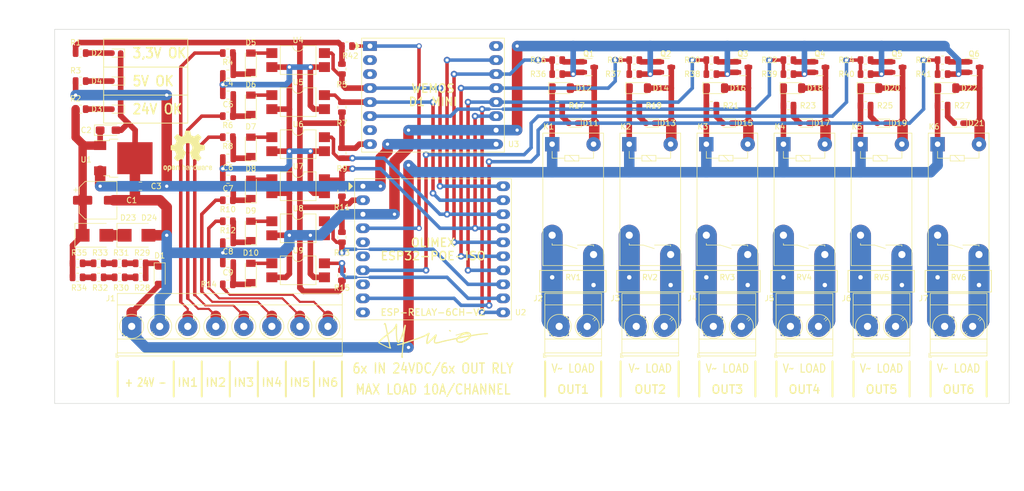
<source format=kicad_pcb>
(kicad_pcb (version 20211014) (generator pcbnew)
  (title_block (title "ESP 6 Relay Module"))
  (layers (0 "F.Cu" signal) (31 "B.Cu" signal) (34 "B.Paste" user) (35 "F.Paste" user) (36 "B.SilkS" user "B.Silkscreen") (37 "F.SilkS" user "F.Silkscreen") (38 "B.Mask" user) (39 "F.Mask" user) (44 "Edge.Cuts" user))
  (net 0 "")
  (net 1 "GNDREF")
  (net 2 "+24V")
  (net 3 "+5V")
  (net 4 "IN1")
  (net 5 "IN2")
  (net 6 "IN3")
  (net 7 "IN4")
  (net 8 "IN5")
  (net 9 "IN6")
  (net 10 "Net-(D2-Pad2)")
  (net 11 "Net-(D3-Pad2)")
  (net 12 "Net-(D4-Pad2)")
  (net 13 "Net-(J2-Pad2)")
  (net 14 "Net-(J2-Pad1)")
  (net 15 "+3V3")
  (net 16 "OUT1")
  (net 17 "OUT2")
  (net 18 "OUT3")
  (net 19 "OUT4")
  (net 20 "OUT5")
  (net 21 "OUT6")
  (net 22 "Net-(D17-Pad2)")
  (net 23 "Net-(D19-Pad2)")
  (net 24 "Net-(D21-Pad2)")
  (net 25 "Net-(Q1-Pad1)")
  (net 26 "Net-(Q2-Pad1)")
  (net 27 "Net-(Q3-Pad1)")
  (net 28 "Net-(Q4-Pad1)")
  (net 29 "Net-(Q5-Pad1)")
  (net 30 "Net-(Q6-Pad1)")
  (net 31 "Net-(C4-Pad1)")
  (net 32 "Net-(C5-Pad1)")
  (net 33 "Net-(C6-Pad1)")
  (net 34 "Net-(C7-Pad1)")
  (net 35 "Net-(C8-Pad1)")
  (net 36 "Net-(C9-Pad1)")
  (net 37 "Net-(D5-Pad2)")
  (net 38 "Net-(D6-Pad2)")
  (net 39 "Net-(D7-Pad2)")
  (net 40 "Net-(D8-Pad2)")
  (net 41 "Net-(D9-Pad2)")
  (net 42 "Net-(D10-Pad2)")
  (net 43 "Net-(D11-Pad2)")
  (net 44 "Net-(D13-Pad2)")
  (net 45 "Net-(D15-Pad2)")
  (net 46 "Net-(D11-Pad1)")
  (net 47 "Net-(D13-Pad1)")
  (net 48 "Net-(D15-Pad1)")
  (net 49 "Net-(D17-Pad1)")
  (net 50 "Net-(D19-Pad1)")
  (net 51 "Net-(D21-Pad1)")
  (net 52 "Net-(J3-Pad2)")
  (net 53 "Net-(J3-Pad1)")
  (net 54 "Net-(J4-Pad2)")
  (net 55 "Net-(J4-Pad1)")
  (net 56 "Net-(J5-Pad1)")
  (net 57 "Net-(J5-Pad2)")
  (net 58 "Net-(J6-Pad2)")
  (net 59 "Net-(J6-Pad1)")
  (net 60 "Net-(J7-Pad1)")
  (net 61 "Net-(J7-Pad2)")
  (net 62 "Net-(J1-Pad3)")
  (net 63 "Net-(J1-Pad4)")
  (net 64 "+VReg")
  (net 65 "Net-(D1-Pad1)")
  (net 66 "Net-(D23-Pad2)")
  (net 67 "Net-(R28-Pad2)")
  (net 68 "Net-(R29-Pad2)")
  (net 69 "Net-(R30-Pad2)")
  (net 70 "Net-(R31-Pad2)")
  (net 71 "Net-(R32-Pad2)")
  (net 72 "Net-(R33-Pad2)")
  (net 73 "Net-(R42-Pad2)")
  (net 82 "Net-(J1-Pad5)")
  (net 83 "Net-(J1-Pad6)")
  (net 84 "Net-(J1-Pad7)")
  (net 85 "Net-(J1-Pad8)")
  (footprint "Tales:TerminalBlock_Phoenix_MKDS-3-8-5.08_1x08_P5.08mm_Horizontal" (layer "F.Cu") (at 78.74 118.11)
    (fp_text reference "J1")
    (fp_text value "POWER & INPUTS")
  )
  (footprint "Tales:TerminalBlock_Phoenix_MKDS-3-2-5.08_1x02_P5.08mm_Horizontal" (layer "F.Cu") (at 156.21 118.11)
    (fp_text reference "J2")
    (fp_text value "OUT1")
  )
  (footprint "Tales:Relay_SPST_Omron-G5PZ-1A" (layer "F.Cu") (at 154.94 85.09 -90)
    (fp_text reference "K1")
    (fp_text value "G5PZ-1A")
  )
  (footprint "Tales:WEMOS_D1_mini_light_pads" (layer "F.Cu") (at 121.92 67.31)
    (fp_text reference "U3")
    (fp_text value "WeMos_D1_mini")
  )
  (footprint "Tales:RV_Disc_D12mm_W3.9mm_P7.5mm" (layer "F.Cu") (at 154.94 109.22)
    (fp_text reference "RV1")
    (fp_text value "250VAC")
  )
  (footprint "Tales:TerminalBlock_Phoenix_MKDS-3-2-5.08_1x02_P5.08mm_Horizontal" (layer "F.Cu") (at 170.18 118.11)
    (fp_text reference "J3")
    (fp_text value "OUT1")
  )
  (footprint "Tales:TerminalBlock_Phoenix_MKDS-3-2-5.08_1x02_P5.08mm_Horizontal" (layer "F.Cu") (at 184.15 118.11)
    (fp_text reference "J4")
    (fp_text value "OUT1")
  )
  (footprint "Tales:TerminalBlock_Phoenix_MKDS-3-2-5.08_1x02_P5.08mm_Horizontal" (layer "F.Cu") (at 198.12 118.11)
    (fp_text reference "J5")
    (fp_text value "OUT1")
  )
  (footprint "Tales:TerminalBlock_Phoenix_MKDS-3-2-5.08_1x02_P5.08mm_Horizontal" (layer "F.Cu") (at 212.09 118.11)
    (fp_text reference "J6")
    (fp_text value "OUT1")
  )
  (footprint "Tales:TerminalBlock_Phoenix_MKDS-3-2-5.08_1x02_P5.08mm_Horizontal" (layer "F.Cu") (at 226.06 118.11)
    (fp_text reference "J7")
    (fp_text value "OUT1")
  )
  (footprint "Tales:Relay_SPST_Omron-G5PZ-1A" (layer "F.Cu") (at 168.91 85.09 -90)
    (fp_text reference "K2")
    (fp_text value "G5PZ-1A")
  )
  (footprint "Tales:Relay_SPST_Omron-G5PZ-1A" (layer "F.Cu") (at 182.88 85.09 -90)
    (fp_text reference "K3")
    (fp_text value "G5PZ-1A")
  )
  (footprint "Tales:Relay_SPST_Omron-G5PZ-1A" (layer "F.Cu") (at 196.85 85.09 -90)
    (fp_text reference "K4")
    (fp_text value "G5PZ-1A")
  )
  (footprint "Tales:Relay_SPST_Omron-G5PZ-1A" (layer "F.Cu") (at 210.82 85.09 -90)
    (fp_text reference "K5")
    (fp_text value "G5PZ-1A")
  )
  (footprint "Tales:Relay_SPST_Omron-G5PZ-1A" (layer "F.Cu") (at 224.79 85.09 -90)
    (fp_text reference "K6")
    (fp_text value "G5PZ-1A")
  )
  (footprint "Tales:RV_Disc_D12mm_W3.9mm_P7.5mm" (layer "F.Cu") (at 168.91 109.22)
    (fp_text reference "RV2")
    (fp_text value "250VAC")
  )
  (footprint "Tales:RV_Disc_D12mm_W3.9mm_P7.5mm" (layer "F.Cu") (at 182.88 109.22)
    (fp_text reference "RV3")
    (fp_text value "250VAC")
  )
  (footprint "Tales:RV_Disc_D12mm_W3.9mm_P7.5mm" (layer "F.Cu") (at 196.85 109.22)
    (fp_text reference "RV4")
    (fp_text value "250VAC")
  )
  (footprint "Tales:RV_Disc_D12mm_W3.9mm_P7.5mm" (layer "F.Cu") (at 210.82 109.22)
    (fp_text reference "RV5")
    (fp_text value "250VAC")
  )
  (footprint "Tales:RV_Disc_D12mm_W3.9mm_P7.5mm" (layer "F.Cu") (at 224.79 109.22)
    (fp_text reference "RV6")
    (fp_text value "250VAC")
  )
  (footprint "Tales:D_SOD-123" (layer "F.Cu") (at 156.59 74.93)
    (fp_text reference "D12")
    (fp_text value "1N4148/SOD-123")
  )
  (footprint "Tales:TO-252-2" (layer "F.Cu") (at 77.225 87.63)
    (fp_text reference "U1")
    (fp_text value "L78M05/TO-252-2")
  )
  (footprint "Tales:Olimex_ESP32-POE_Pads" (layer "F.Cu") (at 120.65 92.71)
    (fp_text reference "U2")
    (fp_text value "Olimex_ESP32-POE")
  )
  (footprint "Tales:R_0805_2012Metric" (layer "F.Cu") (at 69.4925 68.58)
    (fp_text reference "R1")
    (fp_text value "270R/0,125W/0805")
  )
  (footprint "Tales:R_0805_2012Metric" (layer "F.Cu") (at 69.4925 78.74)
    (fp_text reference "R2")
    (fp_text value "3k9/0,125W/0805")
  )
  (footprint "Tales:R_0805_2012Metric" (layer "F.Cu") (at 69.4925 73.66)
    (fp_text reference "R3")
    (fp_text value "680R/0,125W/0805")
  )
  (footprint "Tales:R_0805_2012Metric" (layer "F.Cu") (at 96.1625 68.58 180)
    (fp_text reference "R4")
    (fp_text value "1k2/0,125W/0805")
  )
  (footprint "Tales:R_0805_2012Metric" (layer "F.Cu") (at 116.84 71.4775 -90)
    (fp_text reference "R5")
    (fp_text value "3k3/0,125W/0805")
  )
  (footprint "Tales:R_0805_2012Metric" (layer "F.Cu") (at 116.84 78.3825 90)
    (fp_text reference "R7")
    (fp_text value "3k3/0,125W/0805")
  )
  (footprint "Tales:R_0805_2012Metric" (layer "F.Cu") (at 96.1625 80.01 180)
    (fp_text reference "R6")
    (fp_text value "1k2/0,125W/0805")
  )
  (footprint "Tales:R_0805_2012Metric" (layer "F.Cu") (at 96.1625 83.82 180)
    (fp_text reference "R8")
    (fp_text value "1k2/0,125W/0805")
  )
  (footprint "Tales:R_0805_2012Metric" (layer "F.Cu") (at 116.84 86.7175 -90)
    (fp_text reference "R9")
    (fp_text value "3k3/0,125W/0805")
  )
  (footprint "Tales:R_0805_2012Metric" (layer "F.Cu") (at 96.1625 95.25 180)
    (fp_text reference "R10")
    (fp_text value "1k2/0,125W/0805")
  )
  (footprint "Tales:R_0805_2012Metric" (layer "F.Cu") (at 116.84 93.6225 90)
    (fp_text reference "R11")
    (fp_text value "3k3/0,125W/0805")
  )
  (footprint "Tales:R_0805_2012Metric" (layer "F.Cu") (at 96.1625 99.06 180)
    (fp_text reference "R12")
    (fp_text value "1k2/0,125W/0805")
  )
  (footprint "Tales:R_0805_2012Metric" (layer "F.Cu") (at 116.84 101.9575 -90)
    (fp_text reference "R13")
    (fp_text value "3k3/0,125W/0805")
  )
  (footprint "Tales:R_0805_2012Metric" (layer "F.Cu") (at 96.1625 110.49 180)
    (fp_text reference "R14")
    (fp_text value "1k2/0,125W/0805")
  )
  (footprint "Tales:R_0805_2012Metric" (layer "F.Cu") (at 116.84 108.8625 90)
    (fp_text reference "R15")
    (fp_text value "3k3/0,125W/0805")
  )
  (footprint "Tales:C_0805_2012Metric" (layer "F.Cu") (at 96.2 72.39 180)
    (fp_text reference "C4")
    (fp_text value "33nF/50V/0805")
  )
  (footprint "Tales:C_0805_2012Metric" (layer "F.Cu") (at 96.2 76.2 180)
    (fp_text reference "C5")
    (fp_text value "33nF/50V/0805")
  )
  (footprint "Tales:C_0805_2012Metric" (layer "F.Cu") (at 96.2 87.63 180)
    (fp_text reference "C6")
    (fp_text value "33nF/50V/0805")
  )
  (footprint "Tales:C_0805_2012Metric" (layer "F.Cu") (at 96.2 91.44 180)
    (fp_text reference "C7")
    (fp_text value "33nF/50V/0805")
  )
  (footprint "Tales:C_0805_2012Metric" (layer "F.Cu") (at 96.2 102.87 180)
    (fp_text reference "C8")
    (fp_text value "33nF/50V/0805")
  )
  (footprint "Tales:C_0805_2012Metric" (layer "F.Cu") (at 96.2 106.68 180)
    (fp_text reference "C9")
    (fp_text value "33nF/50V/0805")
  )
  (footprint "Tales:LED_0603_1608Metric" (layer "F.Cu") (at 75.955 68.58 180)
    (fp_text reference "D2")
    (fp_text value "GREEN/0603")
  )
  (footprint "Tales:LED_0603_1608Metric" (layer "F.Cu") (at 75.955 78.74 180)
    (fp_text reference "D3")
    (fp_text value "GREEN/0603")
  )
  (footprint "Tales:LED_0603_1608Metric" (layer "F.Cu") (at 75.955 73.66 180)
    (fp_text reference "D4")
    (fp_text value "GREEN/0603")
  )
  (footprint "Tales:LED_0603_1608Metric" (layer "F.Cu") (at 158.75 81.28 180)
    (fp_text reference "D11")
    (fp_text value "BLUE/0603")
  )
  (footprint "Tales:LED_0603_1608Metric" (layer "F.Cu") (at 172.72 81.28 180)
    (fp_text reference "D13")
    (fp_text value "BLUE/0603")
  )
  (footprint "Tales:D_SOD-123" (layer "F.Cu") (at 170.56 74.93)
    (fp_text reference "D14")
    (fp_text value "1N4148/SOD-123")
  )
  (footprint "Tales:LED_0603_1608Metric" (layer "F.Cu") (at 186.69 81.28 180)
    (fp_text reference "D15")
    (fp_text value "BLUE/0603")
  )
  (footprint "Tales:D_SOD-123" (layer "F.Cu") (at 184.53 74.93)
    (fp_text reference "D16")
    (fp_text value "1N4148/SOD-123")
  )
  (footprint "Tales:LED_0603_1608Metric" (layer "F.Cu") (at 200.66 81.28 180)
    (fp_text reference "D17")
    (fp_text value "BLUE/0603")
  )
  (footprint "Tales:D_SOD-123" (layer "F.Cu") (at 198.5 74.93)
    (fp_text reference "D18")
    (fp_text value "1N4148/SOD-123")
  )
  (footprint "Tales:LED_0603_1608Metric" (layer "F.Cu") (at 214.63 81.28 180)
    (fp_text reference "D19")
    (fp_text value "BLUE/0603")
  )
  (footprint "Tales:D_SOD-123" (layer "F.Cu") (at 212.47 74.93)
    (fp_text reference "D20")
    (fp_text value "1N4148/SOD-123")
  )
  (footprint "Tales:LED_0603_1608Metric" (layer "F.Cu") (at 228.6 81.28 180)
    (fp_text reference "D21")
    (fp_text value "BLUE/0603")
  )
  (footprint "Tales:D_SOD-123" (layer "F.Cu") (at 226.44 74.93)
    (fp_text reference "D22")
    (fp_text value "1N4148/SOD-123")
  )
  (footprint "Tales:R_0805_2012Metric" (layer "F.Cu") (at 169.8225 78.105)
    (fp_text reference "R19")
    (fp_text value "4k7/0,125W/0805")
  )
  (footprint "Tales:R_0805_2012Metric" (layer "F.Cu") (at 183.7925 78.105)
    (fp_text reference "R21")
    (fp_text value "4k7/0,125W/0805")
  )
  (footprint "Tales:R_0805_2012Metric" (layer "F.Cu") (at 197.7625 78.105)
    (fp_text reference "R23")
    (fp_text value "4k7/0,125W/0805")
  )
  (footprint "Tales:R_0805_2012Metric" (layer "F.Cu") (at 211.7325 78.105)
    (fp_text reference "R25")
    (fp_text value "4k7/0,125W/0805")
  )
  (footprint "Tales:R_0805_2012Metric" (layer "F.Cu") (at 225.7025 78.105)
    (fp_text reference "R27")
    (fp_text value "4k7/0,125W/0805")
  )
  (footprint "Tales:R_0805_2012Metric" (layer "F.Cu") (at 155.8525 69.85 180)
    (fp_text reference "R16")
    (fp_text value "1k/0,125W/0805")
  )
  (footprint "Tales:R_0805_2012Metric" (layer "F.Cu") (at 169.8225 69.85 180)
    (fp_text reference "R18")
    (fp_text value "1k/0,125W/0805")
  )
  (footprint "Tales:R_0805_2012Metric" (layer "F.Cu") (at 183.7925 69.85 180)
    (fp_text reference "R20")
    (fp_text value "1k/0,125W/0805")
  )
  (footprint "Tales:R_0805_2012Metric" (layer "F.Cu") (at 197.7625 69.85 180)
    (fp_text reference "R22")
    (fp_text value "1k/0,125W/0805")
  )
  (footprint "Tales:R_0805_2012Metric" (layer "F.Cu") (at 211.7325 69.85 180)
    (fp_text reference "R24")
    (fp_text value "1k/0,125W/0805")
  )
  (footprint "Tales:R_0805_2012Metric" (layer "F.Cu") (at 225.7025 69.85 180)
    (fp_text reference "R26")
    (fp_text value "1k/0,125W/0805")
  )
  (footprint "Tales:R_0805_2012Metric" (layer "F.Cu") (at 155.8525 78.105)
    (fp_text reference "R17")
    (fp_text value "4k7/0,125W/0805")
  )
  (footprint "Tales:D_SOD-123" (layer "F.Cu") (at 83.82 108.84 -90)
    (fp_text reference "D1")
    (fp_text value "SM4007PL/SOD-123")
  )
  (footprint "Tales:SOT-23" (layer "F.Cu") (at 203.47 71.12)
    (fp_text reference "Q4")
    (fp_text value "MMBT2222A/SOT-23-3")
  )
  (footprint "Tales:SMDIP-4_W9.53mm" (layer "F.Cu") (at 108.905 100.33)
    (fp_text reference "U8")
    (fp_text value "LTV-817S")
  )
  (footprint "Tales:SMDIP-4_W9.53mm" (layer "F.Cu") (at 108.905 77.47)
    (fp_text reference "U5")
    (fp_text value "LTV-817S")
  )
  (footprint "Tales:D_MiniMELF" (layer "F.Cu") (at 100.33 108.43 90)
    (fp_text reference "D10")
    (fp_text value "9V1/500mW")
  )
  (footprint "Tales:R_0805_2012Metric" (layer "F.Cu") (at 76.5575 109.22 180)
    (fp_text reference "R30")
    (fp_text value "56R/0,125W/0805")
  )
  (footprint "Tales:R_0805_2012Metric" (layer "F.Cu") (at 183.7925 72.39)
    (fp_text reference "R38")
    (fp_text value "10k/0,125W/0805")
  )
  (footprint "Tales:R_0805_2012Metric" (layer "F.Cu") (at 72.7475 109.22 180)
    (fp_text reference "R32")
    (fp_text value "56R/0,125W/0805")
  )
  (footprint "Tales:SMDIP-4_W9.53mm" (layer "F.Cu") (at 108.905 69.85)
    (fp_text reference "U4")
    (fp_text value "LTV-817S")
  )
  (footprint "Tales:SMDIP-4_W9.53mm" (layer "F.Cu") (at 108.905 85.09)
    (fp_text reference "U6")
    (fp_text value "LTV-817S")
  )
  (footprint "Tales:C_0805_2012Metric" (layer "F.Cu") (at 80.33 92.71 180)
    (fp_text reference "C3")
    (fp_text value "0,1uF/50V/0805")
  )
  (footprint "Tales:R_0805_2012Metric" (layer "F.Cu") (at 169.8225 72.39)
    (fp_text reference "R37")
    (fp_text value "10k/0,125W/0805")
  )
  (footprint "Tales:D_MiniMELF" (layer "F.Cu") (at 100.33 85.57 90)
    (fp_text reference "D7")
    (fp_text value "9V1/500mW")
  )
  (footprint "Tales:R_0805_2012Metric" (layer "F.Cu") (at 155.8525 72.39)
    (fp_text reference "R36")
    (fp_text value "10k/0,125W/0805")
  )
  (footprint "Tales:SMDIP-4_W9.53mm" (layer "F.Cu") (at 108.905 107.95)
    (fp_text reference "U9")
    (fp_text value "LTV-817S")
  )
  (footprint "Tales:R_0805_2012Metric" (layer "F.Cu") (at 68.9375 109.22 180)
    (fp_text reference "R34")
    (fp_text value "56R/0,125W/0805")
  )
  (footprint "Tales:CP_EIA-3216-18_Kemet-A_Pad1.58x1.35mm_HandSolder" (layer "F.Cu") (at 74.4625 82.55)
    (fp_text reference "C2")
    (fp_text value "0,33uF/35V")
  )
  (footprint "Tales:TMaschio_20x6.4mm" (layer "F.Cu") (at 133.35 120.65)
    (fp_text reference "" hide)
    (fp_text value "" hide)
  )
  (footprint "Tales:SMDIP-4_W9.53mm" (layer "F.Cu") (at 108.905 92.71)
    (fp_text reference "U7")
    (fp_text value "LTV-817S")
  )
  (footprint "Tales:SOT-23" (layer "F.Cu") (at 217.44 71.12)
    (fp_text reference "Q5")
    (fp_text value "MMBT2222A/SOT-23-3")
  )
  (footprint "Tales:R_0805_2012Metric" (layer "F.Cu") (at 225.7025 72.39)
    (fp_text reference "R41")
    (fp_text value "10k/0,125W/0805")
  )
  (footprint "Tales:R_0805_2012Metric" (layer "F.Cu") (at 197.7625 72.39)
    (fp_text reference "R39")
    (fp_text value "10k/0,125W/0805")
  )
  (footprint "Tales:R_0805_2012Metric" (layer "F.Cu") (at 68.9375 106.68 180)
    (fp_text reference "R35")
    (fp_text value "56R/0,125W/0805")
  )
  (footprint "Tales:SOT-23" (layer "F.Cu") (at 189.5 71.12)
    (fp_text reference "Q3")
    (fp_text value "MMBT2222A/SOT-23-3")
  )
  (footprint "Tales:SOT-23" (layer "F.Cu") (at 231.41 71.12)
    (fp_text reference "Q6")
    (fp_text value "MMBT2222A/SOT-23-3")
  )
  (footprint "Tales:D_MiniMELF" (layer "F.Cu") (at 100.33 100.81 90)
    (fp_text reference "D9")
    (fp_text value "9V1/500mW")
  )
  (footprint "Tales:R_0805_2012Metric" (layer "F.Cu") (at 211.7325 72.39)
    (fp_text reference "R40")
    (fp_text value "10k/0,125W/0805")
  )
  (footprint "Tales:D_MiniMELF" (layer "F.Cu") (at 100.33 93.19 90)
    (fp_text reference "D8")
    (fp_text value "9V1/500mW")
  )
  (footprint "Tales:SOT-23" (layer "F.Cu") (at 161.56 71.12)
    (fp_text reference "Q1")
    (fp_text value "MMBT2222A/SOT-23-3")
  )
  (footprint "Tales:CP_Elec_6.3x5.4" (layer "F.Cu") (at 72.65 95.25)
    (fp_text reference "C1")
    (fp_text value "47uF/35V/6,3x5,4")
  )
  (footprint "Tales:D_MiniMELF" (layer "F.Cu") (at 100.33 70.33 90)
    (fp_text reference "D5")
    (fp_text value "9V1/500mW")
  )
  (footprint "Tales:SOT-23" (layer "F.Cu") (at 175.53 71.12)
    (fp_text reference "Q2")
    (fp_text value "MMBT2222A/SOT-23-3")
  )
  (footprint "Tales:R_0805_2012Metric" (layer "F.Cu") (at 80.3675 106.68 180)
    (fp_text reference "R29")
    (fp_text value "56R/0,125W/0805")
  )
  (footprint "Tales:D_SMB" (layer "F.Cu") (at 72 101.6)
    (fp_text reference "D23")
    (fp_text value "7V5/5W/SMB")
  )
  (footprint "Symbol:OSHW-Logo2_9.8x8mm_SilkScreen" (layer "F.Cu") (at 88.9 86.36)
    (fp_text reference "REF**" hide)
    (fp_text value "OSHW-Logo2_9.8x8mm_SilkScreen" hide)
  )
  (footprint "Tales:R_0805_2012Metric" (layer "F.Cu") (at 76.5575 106.68 180)
    (fp_text reference "R31")
    (fp_text value "56R/0,125W/0805")
  )
  (footprint "Tales:R_0805_2012Metric" (layer "F.Cu") (at 80.3675 109.22 180)
    (fp_text reference "R28")
    (fp_text value "56R/0,125W/0805")
  )
  (footprint "Tales:R_0805_2012Metric" (layer "F.Cu") (at 72.7475 106.68 180)
    (fp_text reference "R33")
    (fp_text value "56R/0,125W/0805")
  )
  (footprint "Tales:R_0805_2012Metric" (layer "F.Cu") (at 117.7525 67.31)
    (fp_text reference "R42")
    (fp_text value "4k7/0,125W/0805")
  )
  (footprint "Tales:D_MiniMELF" (layer "F.Cu") (at 100.33 77.95 90)
    (fp_text reference "D6")
    (fp_text value "9V1/500mW")
  )
  (footprint "Tales:D_SMB" (layer "F.Cu") (at 79.62 101.6)
    (fp_text reference "D24")
    (fp_text value "7V5/5W/SMB")
  )
  (gr_line (start 91.44 124.46) (end 91.44 130.81) (layer "F.SilkS") (width 0.35))
  (gr_line (start 86.36 124.46) (end 86.36 130.81) (layer "F.SilkS") (width 0.35))
  (gr_line (start 191.77 124.46) (end 191.77 130.81) (layer "F.SilkS") (width 0.35))
  (gr_line (start 116.84 124.46) (end 116.84 130.81) (layer "F.SilkS") (width 0.35))
  (gr_line (start 163.83 124.46) (end 163.83 130.81) (layer "F.SilkS") (width 0.35))
  (gr_line (start 73.66 71.12) (end 88.9 71.12) (layer "F.SilkS") (width 0.15))
  (gr_line (start 219.71 124.46) (end 219.71 130.81) (layer "F.SilkS") (width 0.35))
  (gr_line (start 233.68 124.46) (end 233.68 130.81) (layer "F.SilkS") (width 0.35))
  (gr_line (start 205.74 124.46) (end 205.74 130.81) (layer "F.SilkS") (width 0.35))
  (gr_line (start 177.86 124.46) (end 177.86 130.81) (layer "F.SilkS") (width 0.35))
  (gr_rect (start 73.66 66.04) (end 88.9 81.28) (layer "F.SilkS") (width 0.15) (fill none))
  (gr_line (start 167.34 124.46) (end 167.34 130.81) (layer "F.SilkS") (width 0.35))
  (gr_line (start 106.68 124.46) (end 106.68 130.81) (layer "F.SilkS") (width 0.35))
  (gr_line (start 76.2 124.46) (end 76.2 130.81) (layer "F.SilkS") (width 0.35))
  (gr_line (start 96.52 124.46) (end 96.52 130.81) (layer "F.SilkS") (width 0.35))
  (gr_line (start 195.58 124.46) (end 195.58 130.81) (layer "F.SilkS") (width 0.35))
  (gr_line (start 73.66 76.2) (end 88.9 76.2) (layer "F.SilkS") (width 0.15))
  (gr_line (start 111.76 124.46) (end 111.76 130.81) (layer "F.SilkS") (width 0.35))
  (gr_line (start 101.6 124.46) (end 101.6 130.81) (layer "F.SilkS") (width 0.35))
  (gr_line (start 181.61 124.46) (end 181.61 130.81) (layer "F.SilkS") (width 0.35))
  (gr_line (start 209.55 124.46) (end 209.55 130.81) (layer "F.SilkS") (width 0.35))
  (gr_line (start 153.67 124.46) (end 153.67 130.81) (layer "F.SilkS") (width 0.35))
  (gr_line (start 223.52 124.46) (end 223.52 130.81) (layer "F.SilkS") (width 0.35))
  (gr_rect (start 64.77 64.28) (end 237.77 132.08) (layer "Edge.Cuts") (width 0.1) (fill none))
  (gr_text "IN1" (at 88.9 128.27) (layer "F.SilkS") (effects (font (size 1.5 1.5) (thickness 0.25))))
  (gr_text "OUT2" (at 172.72 129.54) (layer "F.SilkS") (effects (font (size 1.5 1.5) (thickness 0.25))))
  (gr_text "OUT1" (at 158.75 129.54) (layer "F.SilkS") (effects (font (size 1.5 1.5) (thickness 0.25))))
  (gr_text "OUT3" (at 186.69 129.54) (layer "F.SilkS") (effects (font (size 1.5 1.5) (thickness 0.25))))
  (gr_text "24V OK" (at 78.74 78.74) (layer "F.SilkS") (effects (font (size 1.8 1.6) (thickness 0.3)) (justify left)))
  (gr_text "IN3" (at 99.06 128.27) (layer "F.SilkS") (effects (font (size 1.5 1.5) (thickness 0.25))))
  (gr_text "OUT5" (at 214.63 129.54) (layer "F.SilkS") (effects (font (size 1.5 1.5) (thickness 0.25))))
  (gr_text "IN5" (at 109.22 128.27) (layer "F.SilkS") (effects (font (size 1.5 1.5) (thickness 0.25))))
  (gr_text "+ 24V -" (at 81.28 128.27) (layer "F.SilkS") (effects (font (size 1.5 1.1) (thickness 0.25))))
  (gr_text "IN4" (at 104.14 128.27) (layer "F.SilkS") (effects (font (size 1.5 1.5) (thickness 0.25))))
  (gr_text "IN6" (at 114.3 128.27) (layer "F.SilkS") (effects (font (size 1.5 1.5) (thickness 0.25))))
  (gr_text "OUT4" (at 200.66 129.54) (layer "F.SilkS") (effects (font (size 1.5 1.5) (thickness 0.25))))
  (gr_text "IN2" (at 93.98 128.27) (layer "F.SilkS") (effects (font (size 1.5 1.5) (thickness 0.25))))
  (gr_text "OUT6" (at 228.6 129.54) (layer "F.SilkS") (effects (font (size 1.5 1.5) (thickness 0.25))))
  (gr_text "3,3V OK" (at 78.74 68.58) (layer "F.SilkS") (effects (font (size 1.8 1.6) (thickness 0.3)) (justify left)))
  (gr_text "V~ LOAD" (at 228.6 125.73) (layer "F.SilkS") (effects (font (size 1.5 1.3) (thickness 0.2))))
  (gr_text "V~ LOAD" (at 214.63 125.73) (layer "F.SilkS") (effects (font (size 1.5 1.3) (thickness 0.2))))
  (gr_text "ESP-RELAY-6CH-V2" (at 133.35 115.57) (layer "F.SilkS") (effects (font (size 1.2 1.2) (thickness 0.2))))
  (gr_text "MAX LOAD 10A/CHANNEL" (at 133.35 129.54) (layer "F.SilkS") (effects (font (size 1.8 1.5) (thickness 0.25))))
  (gr_text "6x IN 24VDC/6x OUT RLY" (at 133.35 125.73) (layer "F.SilkS") (effects (font (size 1.8 1.5) (thickness 0.25))))
  (gr_text "WEMOS\nD1 MINI" (at 133.35 76.2) (layer "F.SilkS") (effects (font (size 1.5 1.5) (thickness 0.25))))
  (gr_text "V~ LOAD" (at 172.72 125.73) (layer "F.SilkS") (effects (font (size 1.5 1.3) (thickness 0.2))))
  (gr_text "OLIMEX\nESP32-POE-ISO" (at 133.35 104.14) (layer "F.SilkS") (effects (font (size 1.5 1.5) (thickness 0.25))))
  (gr_text "5V OK" (at 78.74 73.66) (layer "F.SilkS") (effects (font (size 1.8 1.6) (thickness 0.3)) (justify left)))
  (gr_text "V~ LOAD" (at 200.66 125.73) (layer "F.SilkS") (effects (font (size 1.5 1.3) (thickness 0.2))))
  (gr_text "V~ LOAD" (at 158.75 125.73) (layer "F.SilkS") (effects (font (size 1.5 1.3) (thickness 0.2))))
  (gr_text "V~ LOAD" (at 186.69 125.73) (layer "F.SilkS") (effects (font (size 1.5 1.3) (thickness 0.2))))
  (segment (start 95.25 89.535) (end 95.25 91.44) (width 1.016) (layer "F.Cu") (net 1))
  (segment (start 95.25 74.295) (end 95.25 76.2) (width 1.016) (layer "F.Cu") (net 1))
  (segment (start 95.25 104.775) (end 95.25 106.68) (width 1.016) (layer "F.Cu") (net 1))
  (segment (start 107.315 108.585) (end 106.68 109.22) (width 1.016) (layer "F.Cu") (net 1))
  (segment (start 148.59 67.31) (end 148.59 82.55) (width 1.905) (layer "F.Cu") (net 1))
  (segment (start 79.325 95.2) (end 79.375 95.25) (width 1.905) (layer "F.Cu") (net 1))
  (segment (start 76.7425 73.66) (end 76.7425 78.74) (width 1.016) (layer "F.Cu") (net 1))
  (segment (start 172.72 72.39) (end 170.735 72.39) (width 1.016) (layer "F.Cu") (net 1))
  (segment (start 76.7425 68.58) (end 76.7425 73.66) (width 1.016) (layer "F.Cu") (net 1))
  (segment (start 79.325 87.63) (end 79.325 95.2) (width 1.905) (layer "F.Cu") (net 1))
  (segment (start 113.67 93.98) (end 111.76 93.98) (width 1.016) (layer "F.Cu") (net 1))
  (segment (start 111.76 78.74) (end 111.125 78.105) (width 1.016) (layer "F.Cu") (net 1))
  (segment (start 126.365 88.265) (end 128.905 85.725) (width 1.905) (layer "F.Cu") (net 1))
  (segment (start 104.14 78.74) (end 107.315 78.74) (width 1.016) (layer "F.Cu") (net 1))
  (segment (start 200.66 72.39) (end 198.675 72.39) (width 1.016) (layer "F.Cu") (net 1))
  (segment (start 188.5 72.07) (end 187.01 72.07) (width 1.016) (layer "F.Cu") (net 1))
  (segment (start 111.125 78.105) (end 111.125 71.12) (width 1.016) (layer "F.Cu") (net 1))
  (segment (start 111.76 93.98) (end 111.125 93.345) (width 1.016) (layer "F.Cu") (net 1))
  (segment (start 95.25 87.63) (end 95.25 89.535) (width 1.016) (layer "F.Cu") (net 1))
  (segment (start 214.95 72.07) (end 214.63 72.39) (width 1.016) (layer "F.Cu") (net 1))
  (segment (start 85.09 96.52) (end 83.82 95.25) (width 1.905) (layer "F.Cu") (net 1))
  (segment (start 111.125 101.6) (end 113.67 101.6) (width 1.016) (layer "F.Cu") (net 1))
  (segment (start 104.14 93.98) (end 107.315 93.98) (width 1.016) (layer "F.Cu") (net 1))
  (segment (start 159.07 72.07) (end 158.75 72.39) (width 1.016) (layer "F.Cu") (net 1))
  (segment (start 76.7425 79.9175) (end 78.105 81.28) (width 1.016) (layer "F.Cu") (net 1))
  (segment (start 200.98 72.07) (end 200.66 72.39) (width 1.016) (layer "F.Cu") (net 1))
  (segment (start 113.67 109.22) (end 111.76 109.22) (width 1.016) (layer "F.Cu") (net 1))
  (segment (start 75.9 82.55) (end 76.835 82.55) (width 1.016) (layer "F.Cu") (net 1))
  (segment (start 76.835 82.55) (end 78.105 81.28) (width 1.016) (layer "F.Cu") (net 1))
  (segment (start 158.75 72.39) (end 156.765 72.39) (width 1.016) (layer "F.Cu") (net 1))
  (segment (start 173.04 72.07) (end 172.72 72.39) (width 1.016) (layer "F.Cu") (net 1))
  (segment (start 111.125 86.36) (end 113.67 86.36) (width 1.016) (layer "F.Cu") (net 1))
  (segment (start 230.41 72.07) (end 228.92 72.07) (width 1.016) (layer "F.Cu") (net 1))
  (segment (start 111.76 109.22) (end 111.125 108.585) (width 1.016) (layer "F.Cu") (net 1))
  (segment (start 216.44 72.07) (end 214.95 72.07) (width 1.016) (layer "F.Cu") (net 1))
  (segment (start 95.25 102.87) (end 95.25 104.775) (width 1.016) (layer "F.Cu") (net 1))
  (segment (start 79.375 82.55) (end 79.325 87.63) (width 1.016) (layer "F.Cu") (net 1))
  (segment (start 107.315 78.74) (end 107.315 86.36) (width 1.016) (layer "F.Cu") (net 1))
  (segment (start 95.25 72.39) (end 95.25 74.295) (width 1.016) (layer "F.Cu") (net 1))
  (segment (start 111.125 108.585) (end 111.125 101.6) (width 1.016) (layer "F.Cu") (net 1))
  (segment (start 174.53 72.07) (end 173.04 72.07) (width 1.016) (layer "F.Cu") (net 1))
  (segment (start 111.125 93.345) (end 111.125 86.36) (width 1.016) (layer "F.Cu") (net 1))
  (segment (start 104.14 71.12) (end 107.315 71.12) (width 1.016) (layer "F.Cu") (net 1))
  (segment (start 160.56 72.07) (end 159.07 72.07) (width 1.016) (layer "F.Cu") (net 1))
  (segment (start 78.105 81.28) (end 79.375 82.55) (width 1.016) (layer "F.Cu") (net 1))
  (segment (start 128.905 85.725) (end 128.905 82.55) (width 1.905) (layer "F.Cu") (net 1))
  (segment (start 104.14 101.6) (end 107.315 101.6) (width 1.016) (layer "F.Cu") (net 1))
  (segment (start 107.315 101.6) (end 107.315 108.585) (width 1.016) (layer "F.Cu") (net 1))
  (segment (start 186.69 72.39) (end 184.705 72.39) (width 1.016) (layer "F.Cu") (net 1))
  (segment (start 83.82 95.25) (end 79.375 95.25) (width 1.905) (layer "F.Cu") (net 1))
  (segment (start 126.365 97.79) (end 126.365 88.265) (width 1.905) (layer "F.Cu") (net 1))
  (segment (start 76.7425 78.74) (end 76.7425 79.9175) (width 1.016) (layer "F.Cu") (net 1))
  (segment (start 111.125 71.12) (end 113.67 71.12) (width 1.016) (layer "F.Cu") (net 1))
  (segment (start 113.67 78.74) (end 111.76 78.74) (width 1.016) (layer "F.Cu") (net 1))
  (segment (start 104.14 86.36) (end 107.315 86.36) (width 1.016) (layer "F.Cu") (net 1))
  (segment (start 228.92 72.07) (end 228.6 72.39) (width 1.016) (layer "F.Cu") (net 1))
  (segment (start 214.63 72.39) (end 212.645 72.39) (width 1.016) (layer "F.Cu") (net 1))
  (segment (start 85.09 96.52) (end 85.09 101.6) (width 1.905) (layer "F.Cu") (net 1))
  (segment (start 106.68 109.22) (end 104.14 109.22) (width 1.016) (layer "F.Cu") (net 1))
  (segment (start 107.315 93.98) (end 107.315 101.6) (width 1.016) (layer "F.Cu") (net 1))
  (segment (start 228.6 72.39) (end 226.615 72.39) (width 1.016) (layer "F.Cu") (net 1))
  (segment (start 85.09 101.6) (end 81.77 101.6) (width 1.905) (layer "F.Cu") (net 1))
  (segment (start 202.47 72.07) (end 200.98 72.07) (width 1.016) (layer "F.Cu") (net 1))
  (segment (start 79.375 95.25) (end 75.45 95.25) (width 1.905) (layer "F.Cu") (net 1))
  (segment (start 107.315 86.36) (end 107.315 93.98) (width 1.016) (layer "F.Cu") (net 1))
  (segment (start 187.01 72.07) (end 186.69 72.39) (width 1.016) (layer "F.Cu") (net 1))
  (segment (start 107.315 71.12) (end 107.315 78.74) (width 1.016) (layer "F.Cu") (net 1))
  (via (at 95.25 104.775) (size 1.2) (drill 0.6) (layers "F.Cu" "B.Cu") (net 1))
  (via (at 85.09 101.6) (size 1.2) (drill 0.6) (layers "F.Cu" "B.Cu") (net 1))
  (via (at 172.72 72.39) (size 1) (drill 0.6) (layers "F.Cu" "B.Cu") (net 1))
  (via (at 95.25 89.535) (size 1.2) (drill 0.6) (layers "F.Cu" "B.Cu") (net 1))
  (via (at 111.125 101.6) (size 1) (drill 0.6) (layers "F.Cu" "B.Cu") (net 1))
  (via (at 158.75 72.39) (size 1) (drill 0.6) (layers "F.Cu" "B.Cu") (net 1))
  (via (at 107.315 86.36) (size 1) (drill 0.6) (layers "F.Cu" "B.Cu") (net 1))
  (via (at 148.59 67.31) (size 1.2) (drill 0.6) (layers "F.Cu" "B.Cu") (net 1))
  (via (at 148.59 82.55) (size 1.2) (drill 0.6) (layers "F.Cu" "B.Cu") (net 1))
  (via (at 111.125 86.36) (size 1) (drill 0.6) (layers "F.Cu" "B.Cu") (net 1))
  (via (at 228.6 72.39) (size 1) (drill 0.6) (layers "F.Cu" "B.Cu") (net 1))
  (via (at 107.315 71.12) (size 1) (drill 0.6) (layers "F.Cu" "B.Cu") (net 1))
  (via (at 128.905 82.55) (size 1.2) (drill 0.6) (layers "F.Cu" "B.Cu") (net 1))
  (via (at 126.365 97.79) (size 1.2) (drill 0.6) (layers "F.Cu" "B.Cu") (net 1))
  (via (at 214.63 72.39) (size 1) (drill 0.6) (layers "F.Cu" "B.Cu") (net 1))
  (via (at 107.315 101.6) (size 1) (drill 0.6) (layers "F.Cu" "B.Cu") (net 1))
  (via (at 186.69 72.39) (size 1) (drill 0.6) (layers "F.Cu" "B.Cu") (net 1))
  (via (at 111.125 71.12) (size 1) (drill 0.6) (layers "F.Cu" "B.Cu") (net 1))
  (via (at 200.66 72.39) (size 1) (drill 0.6) (layers "F.Cu" "B.Cu") (net 1))
  (via (at 95.25 74.295) (size 1.2) (drill 0.6) (layers "F.Cu" "B.Cu") (net 1))
  (segment (start 144.78 82.55) (end 128.905 82.55) (width 1.905) (layer "B.Cu") (net 1))
  (segment (start 95.25 104.775) (end 106.045 104.775) (width 1.905) (layer "B.Cu") (net 1))
  (segment (start 95.25 104.775) (end 85.09 104.775) (width 1.905) (layer "B.Cu") (net 1))
  (segment (start 158.75 72.39) (end 158.75 67.31) (width 1.016) (layer "B.Cu") (net 1))
  (segment (start 111.125 101.6) (end 113.03 101.6) (width 1.905) (layer "B.Cu") (net 1))
  (segment (start 107.315 101.6) (end 111.125 101.6) (width 1.905) (layer "B.Cu") (net 1))
  (segment (start 148.59 82.55) (end 144.78 82.55) (width 1.905) (layer "B.Cu") (net 1))
  (segment (start 107.315 71.12) (end 111.125 71.12) (width 1.016) (layer "B.Cu") (net 1))
  (segment (start 228.6 72.39) (end 228.6 69.85) (width 1.016) (layer "B.Cu") (net 1))
  (segment (start 106.045 104.775) (end 107.315 103.505) (width 1.905) (layer "B.Cu") (net 1))
  (segment (start 107.315 86.36) (end 111.125 86.36) (width 1.016) (layer "B.Cu") (net 1))
  (segment (start 107.315 103.505) (end 107.315 101.6) (width 1.905) (layer "B.Cu") (net 1))
  (segment (start 95.25 89.535) (end 106.68 89.535) (width 1.016) (layer "B.Cu") (net 1))
  (segment (start 126.365 97.79) (end 120.65 97.79) (width 1.905) (layer "B.Cu") (net 1))
  (segment (start 85.09 104.775) (end 85.09 111.76) (width 1.905) (layer "B.Cu") (net 1))
  (segment (start 106.68 74.295) (end 107.315 73.66) (width 1.016) (layer "B.Cu") (net 1))
  (segment (start 158.75 67.31) (end 148.59 67.31) (width 1.905) (layer "B.Cu") (net 1))
  (segment (start 226.06 67.31) (end 214.63 67.31) (width 1.905) (layer "B.Cu") (net 1))
  (segment (start 200.66 67.31) (end 186.69 67.31) (width 1.905) (layer "B.Cu") (net 1))
  (segment (start 106.68 89.535) (end 107.315 88.9) (width 1.016) (layer "B.Cu") (net 1))
  (segment (start 186.69 72.39) (end 186.69 67.31) (width 1.016) (layer "B.Cu") (net 1))
  (segment (start 186.69 67.31) (end 172.72 67.31) (width 1.905) (layer "B.Cu") (net 1))
  (segment (start 214.63 67.31) (end 200.66 67.31) (width 1.905) (layer "B.Cu") (net 1))
  (segment (start 172.72 67.31) (end 158.75 67.31) (width 1.905) (layer "B.Cu") (net 1))
  (segment (start 83.82 113.03) (end 83.82 118.11) (width 1.905) (layer "B.Cu") (net 1))
  (segment (start 200.66 72.39) (end 200.66 67.31) (width 1.016) (layer "B.Cu") (net 1))
  (segment (start 228.6 69.85) (end 226.06 67.31) (width 1.016) (layer "B.Cu") (net 1))
  (segment (start 172.72 72.39) (end 172.72 67.31) (width 1.016) (layer "B.Cu") (net 1))
  (segment (start 113.03 101.6) (end 116.84 97.79) (width 1.905) (layer "B.Cu") (net 1))
  (segment (start 85.09 104.775) (end 85.09 101.6) (width 1.905) (layer "B.Cu") (net 1))
  (segment (start 85.09 111.76) (end 83.82 113.03) (width 1.905) (layer "B.Cu") (net 1))
  (segment (start 107.315 88.9) (end 107.315 86.36) (width 1.016) (layer "B.Cu") (net 1))
  (segment (start 107.315 73.66) (end 107.315 71.12) (width 1.016) (layer "B.Cu") (net 1))
  (segment (start 116.84 97.79) (end 120.65 97.79) (width 1.905) (layer "B.Cu") (net 1))
  (segment (start 214.63 72.39) (end 214.63 67.31) (width 1.016) (layer "B.Cu") (net 1))
  (segment (start 95.25 74.295) (end 106.68 74.295) (width 1.016) (layer "B.Cu") (net 1))
  (segment (start 168.91 74.93) (end 168.91 78.105) (width 1.016) (layer "F.Cu") (net 2))
  (segment (start 196.85 78.105) (end 196.85 85.09) (width 1.016) (layer "F.Cu") (net 2))
  (segment (start 224.79 78.105) (end 224.79 85.09) (width 1.016) (layer "F.Cu") (net 2))
  (segment (start 182.88 78.105) (end 182.88 85.09) (width 1.016) (layer "F.Cu") (net 2))
  (segment (start 224.79 74.93) (end 224.79 78.105) (width 1.016) (layer "F.Cu") (net 2))
  (segment (start 154.94 78.105) (end 154.94 85.09) (width 1.016) (layer "F.Cu") (net 2))
  (segment (start 210.82 74.93) (end 210.82 78.105) (width 1.016) (layer "F.Cu") (net 2))
  (segment (start 210.82 78.105) (end 210.82 85.09) (width 1.016) (layer "F.Cu") (net 2))
  (segment (start 128.905 121.92) (end 128.905 88.9) (width 1.905) (layer "F.Cu") (net 2))
  (segment (start 168.91 78.105) (end 168.91 85.09) (width 1.016) (layer "F.Cu") (net 2))
  (segment (start 196.85 74.93) (end 196.85 78.105) (width 1.016) (layer "F.Cu") (net 2))
  (segment (start 83.82 110.49) (end 78.74 115.57) (width 1.016) (layer "F.Cu") (net 2))
  (segment (start 154.94 74.93) (end 154.94 78.105) (width 1.016) (layer "F.Cu") (net 2))
  (segment (start 78.74 115.57) (end 78.74 118.11) (width 1.905) (layer "F.Cu") (net 2))
  (segment (start 182.88 74.93) (end 182.88 78.105) (width 1.016) (layer "F.Cu") (net 2))
  (via (at 128.905 88.9) (size 1.2) (drill 0.6) (layers "F.Cu" "B.Cu") (net 2))
  (via (at 128.905 121.92) (size 1.2) (drill 0.6) (layers "F.Cu" "B.Cu") (net 2))
  (segment (start 224.79 88.9) (end 223.52 90.17) (width 1.905) (layer "B.Cu") (net 2))
  (segment (start 224.79 85.09) (end 224.79 88.9) (width 1.905) (layer "B.Cu") (net 2))
  (segment (start 182.88 90.17) (end 168.91 90.17) (width 1.905) (layer "B.Cu") (net 2))
  (segment (start 128.905 88.9) (end 130.175 90.17) (width 1.905) (layer "B.Cu") (net 2))
  (segment (start 81.28 121.92) (end 128.905 121.92) (width 1.905) (layer "B.Cu") (net 2))
  (segment (start 182.88 85.09) (end 182.88 90.17) (width 1.905) (layer "B.Cu") (net 2))
  (segment (start 130.175 90.17) (end 154.94 90.17) (width 1.905) (layer "B.Cu") (net 2))
  (segment (start 210.82 90.17) (end 196.85 90.17) (width 1.905) (layer "B.Cu") (net 2))
  (segment (start 223.52 90.17) (end 210.82 90.17) (width 1.905) (layer "B.Cu") (net 2))
  (segment (start 196.85 90.17) (end 182.88 90.17) (width 1.905) (layer "B.Cu") (net 2))
  (segment (start 168.91 85.09) (end 168.91 90.17) (width 1.905) (layer "B.Cu") (net 2))
  (segment (start 81.28 121.92) (end 78.74 119.38) (width 1.905) (layer "B.Cu") (net 2))
  (segment (start 154.94 85.09) (end 154.94 90.17) (width 1.905) (layer "B.Cu") (net 2))
  (segment (start 210.82 85.09) (end 210.82 90.17) (width 1.905) (layer "B.Cu") (net 2))
  (segment (start 168.91 90.17) (end 154.94 90.17) (width 1.905) (layer "B.Cu") (net 2))
  (segment (start 78.74 119.38) (end 78.74 118.11) (width 1.905) (layer "B.Cu") (net 2))
  (segment (start 196.85 85.09) (end 196.85 90.17) (width 1.905) (layer "B.Cu") (net 2))
  (segment (start 123.825 92.71) (end 123.825 87.63) (width 1.905) (layer "F.Cu") (net 3))
  (segment (start 125.095 86.36) (end 125.095 85.09) (width 1.905) (layer "F.Cu") (net 3))
  (segment (start 68.58 76.2) (end 68.58 73.66) (width 1.016) (layer "F.Cu") (net 3))
  (segment (start 73.025 92.71) (end 73.025 89.91) (width 1.905) (layer "F.Cu") (net 3))
  (segment (start 85.09 92.71) (end 85.09 76.2) (width 1.905) (layer "F.Cu") (net 3))
  (segment (start 81.28 92.71) (end 85.09 92.71) (width 1.016) (layer "F.Cu") (net 3))
  (segment (start 123.825 87.63) (end 125.095 86.36) (width 1.905) (layer "F.Cu") (net 3))
  (via (at 68.58 76.2) (size 1.2) (drill 0.6) (layers "F.Cu" "B.Cu") (net 3))
  (via (at 123.825 92.71) (size 1.2) (drill 0.6) (layers "F.Cu" "B.Cu") (net 3))
  (via (at 125.095 85.09) (size 1.2) (drill 0.6) (layers "F.Cu" "B.Cu") (net 3))
  (via (at 73.025 92.71) (size 1.2) (drill 0.6) (layers "F.Cu" "B.Cu") (net 3))
  (via (at 85.09 92.71) (size 1.2) (drill 0.6) (layers "F.Cu" "B.Cu") (net 3))
  (via (at 85.09 76.2) (size 1.2) (drill 0.6) (layers "F.Cu" "B.Cu") (net 3))
  (segment (start 68.58 76.2) (end 85.09 76.2) (width 1.905) (layer "B.Cu") (net 3))
  (segment (start 144.78 85.09) (end 125.095 85.09) (width 1.905) (layer "B.Cu") (net 3))
  (segment (start 85.09 92.71) (end 73.025 92.71) (width 1.905) (layer "B.Cu") (net 3))
  (segment (start 120.65 92.71) (end 123.825 92.71) (width 1.905) (layer "B.Cu") (net 3))
  (segment (start 120.65 92.71) (end 85.09 92.71) (width 1.905) (layer "B.Cu") (net 3))
  (segment (start 116.84 74.295) (end 116.84 72.39) (width 1.016) (layer "F.Cu") (net 4))
  (segment (start 115.241011 68.886011) (end 115.241011 71.426011) (width 0.635) (layer "F.Cu") (net 4))
  (segment (start 117.475 74.93) (end 116.84 74.295) (width 1.016) (layer "F.Cu") (net 4))
  (segment (start 113.67 68.58) (end 114.935 68.58) (width 0.635) (layer "F.Cu") (net 4))
  (segment (start 114.935 68.58) (end 115.241011 68.886011) (width 0.635) (layer "F.Cu") (net 4))
  (segment (start 116.205 72.39) (end 116.84 72.39) (width 0.635) (layer "F.Cu") (net 4))
  (segment (start 134.62 92.71) (end 134.62 74.93) (width 0.635) (layer "F.Cu") (net 4))
  (segment (start 115.241011 71.426011) (end 116.205 72.39) (width 0.635) (layer "F.Cu") (net 4))
  (segment (start 121.92 74.93) (end 117.475 74.93) (width 1.016) (layer "F.Cu") (net 4))
  (via (at 134.62 92.71) (size 1.2) (drill 0.6) (layers "F.Cu" "B.Cu") (net 4))
  (via (at 134.62 74.93) (size 1.2) (drill 0.6) (layers "F.Cu" "B.Cu") (net 4))
  (segment (start 134.62 74.93) (end 121.92 74.93) (width 0.635) (layer "B.Cu") (net 4))
  (segment (start 146.05 92.71) (end 134.62 92.71) (width 0.635) (layer "B.Cu") (net 4))
  (segment (start 115.57 76.2) (end 116.84 77.47) (width 0.635) (layer "F.Cu") (net 5))
  (segment (start 133.35 77.47) (end 133.35 93.98) (width 0.635) (layer "F.Cu") (net 5))
  (segment (start 121.92 77.47) (end 116.84 77.47) (width 1.016) (layer "F.Cu") (net 5))
  (segment (start 113.67 76.2) (end 115.57 76.2) (width 0.635) (layer "F.Cu") (net 5))
  (via (at 133.35 93.98) (size 1.2) (drill 0.6) (layers "F.Cu" "B.Cu") (net 5))
  (via (at 133.35 77.47) (size 1.2) (drill 0.6) (layers "F.Cu" "B.Cu") (net 5))
  (segment (start 133.35 77.47) (end 121.92 77.47) (width 0.635) (layer "B.Cu") (net 5))
  (segment (start 134.62 95.25) (end 133.35 93.98) (width 0.635) (layer "B.Cu") (net 5))
  (segment (start 146.05 95.25) (end 134.62 95.25) (width 0.635) (layer "B.Cu") (net 5))
  (segment (start 113.67 83.82) (end 114.935 83.82) (width 0.635) (layer "F.Cu") (net 6))
  (segment (start 114.935 83.82) (end 115.305 84.19) (width 0.635) (layer "F.Cu") (net 6))
  (segment (start 118.745 87.63) (end 116.84 87.63) (width 1.016) (layer "F.Cu") (net 6))
  (segment (start 135.89 69.85) (end 135.89 97.79) (width 0.635) (layer "F.Cu") (net 6))
  (segment (start 115.305 86.73) (end 116.205 87.63) (width 0.635) (layer "F.Cu") (net 6))
  (segment (start 115.305 84.19) (end 115.305 86.73) (width 0.635) (layer "F.Cu") (net 6))
  (segment (start 116.205 87.63) (end 116.84 87.63) (width 0.635) (layer "F.Cu") (net 6))
  (via (at 135.89 97.79) (size 1.2) (drill 0.6) (layers "F.Cu" "B.Cu") (net 6))
  (via (at 118.745 87.63) (size 1.2) (drill 0.6) (layers "F.Cu" "B.Cu") (net 6))
  (via (at 135.89 69.85) (size 1.2) (drill 0.6) (layers "F.Cu" "B.Cu") (net 6))
  (segment (start 144.78 69.85) (end 135.89 69.85) (width 0.635) (layer "B.Cu") (net 6))
  (segment (start 124.46 87.63) (end 118.745 87.63) (width 0.635) (layer "B.Cu") (net 6))
  (segment (start 135.89 97.79) (end 146.05 97.79) (width 0.635) (layer "B.Cu") (net 6))
  (segment (start 135.89 97.79) (end 134.62 97.79) (width 0.635) (layer "B.Cu") (net 6))
  (segment (start 134.62 97.79) (end 124.46 87.63) (width 0.635) (layer "B.Cu") (net 6))
  (segment (start 116.84 91.44) (end 113.67 91.44) (width 0.635) (layer "F.Cu") (net 7))
  (segment (start 140.97 80.01) (end 140.97 100.33) (width 0.635) (layer "F.Cu") (net 7))
  (segment (start 118.745 89.535) (end 117.475 89.535) (width 1.016) (layer "F.Cu") (net 7))
  (segment (start 116.84 91.44) (end 116.84 92.71) (width 1.016) (layer "F.Cu") (net 7))
  (segment (start 116.84 90.17) (end 116.84 91.44) (width 1.016) (layer "F.Cu") (net 7))
  (segment (start 117.475 89.535) (end 116.84 90.17) (width 1.016) (layer "F.Cu") (net 7))
  (via (at 140.97 80.01) (size 1.2) (drill 0.6) (layers "F.Cu" "B.Cu") (net 7))
  (via (at 118.745 89.535) (size 1.2) (drill 0.6) (layers "F.Cu" "B.Cu") (net 7))
  (via (at 140.97 100.33) (size 1.2) (drill 0.6) (layers "F.Cu" "B.Cu") (net 7))
  (segment (start 140.97 100.33) (end 146.05 100.33) (width 0.635) (layer "B.Cu") (net 7))
  (segment (start 144.78 80.01) (end 140.97 80.01) (width 0.635) (layer "B.Cu") (net 7))
  (segment (start 123.825 89.535) (end 134.62 100.33) (width 0.635) (layer "B.Cu") (net 7))
  (segment (start 134.62 100.33) (end 140.97 100.33) (width 0.635) (layer "B.Cu") (net 7))
  (segment (start 118.745 89.535) (end 123.825 89.535) (width 0.635) (layer "B.Cu") (net 7))
  (segment (start 114.935 99.06) (end 115.241011 99.366011) (width 0.635) (layer "F.Cu") (net 8))
  (segment (start 115.241011 102.235) (end 115.876011 102.87) (width 0.635) (layer "F.Cu") (net 8))
  (segment (start 115.241011 99.366011) (end 115.241011 102.235) (width 0.635) (layer "F.Cu") (net 8))
  (segment (start 115.876011 102.87) (end 116.84 102.87) (width 0.635) (layer "F.Cu") (net 8))
  (segment (start 116.84 104.775) (end 116.84 102.87) (width 1.016) (layer "F.Cu") (net 8))
  (segment (start 113.67 99.06) (end 114.935 99.06) (width 0.635) (layer "F.Cu") (net 8))
  (via (at 116.84 104.775) (size 1.2) (drill 0.6) (layers "F.Cu" "B.Cu") (net 8))
  (segment (start 119.38 104.14) (end 117.475 104.14) (width 0.635) (layer "B.Cu") (net 8))
  (segment (start 133.35 104.14) (end 121.92 104.14) (width 0.635) (layer "B.Cu") (net 8))
  (segment (start 146.05 110.49) (end 139.7 110.49) (width 0.635) (layer "B.Cu") (net 8))
  (segment (start 139.7 110.49) (end 133.35 104.14) (width 0.635) (layer "B.Cu") (net 8))
  (segment (start 117.475 104.14) (end 116.84 104.775) (width 0.635) (layer "B.Cu") (net 8))
  (segment (start 121.92 104.14) (end 119.38 104.14) (width 0.254) (layer "B.Cu") (net 8))
  (segment (start 116.84 107.95) (end 116.84 106.68) (width 1.016) (layer "F.Cu") (net 9))
  (segment (start 116.84 106.68) (end 113.67 106.68) (width 0.635) (layer "F.Cu") (net 9))
  (via (at 116.84 106.68) (size 1.2) (drill 0.6) (layers "F.Cu" "B.Cu") (net 9))
  (segment (start 116.84 108.585) (end 117.475 109.22) (width 0.635) (layer "B.Cu") (net 9))
  (segment (start 116.84 106.68) (end 116.84 108.585) (width 0.635) (layer "B.Cu") (net 9))
  (segment (start 139.7 113.03) (end 135.89 109.22) (width 0.635) (layer "B.Cu") (net 9))
  (segment (start 135.89 109.22) (end 121.92 109.22) (width 0.635) (layer "B.Cu") (net 9))
  (segment (start 121.92 109.22) (end 119.38 109.22) (width 0.254) (layer "B.Cu") (net 9))
  (segment (start 146.05 113.03) (end 139.7 113.03) (width 0.635) (layer "B.Cu") (net 9))
  (segment (start 117.475 109.22) (end 119.38 109.22) (width 0.635) (layer "B.Cu") (net 9))
  (segment (start 70.405 68.58) (end 75.1675 68.58) (width 1.016) (layer "F.Cu") (net 10))
  (segment (start 70.405 78.74) (end 75.1675 78.74) (width 1.016) (layer "F.Cu") (net 11))
  (segment (start 70.405 73.66) (end 75.1675 73.66) (width 1.016) (layer "F.Cu") (net 12))
  (segment (start 162.44 116.96) (end 161.29 118.11) (width 3.81) (layer "F.Cu") (net 13))
  (segment (start 162.44 105.09) (end 162.44 116.96) (width 3.81) (layer "F.Cu") (net 13))
  (segment (start 162.44 116.96) (end 161.29 118.11) (width 3.81) (layer "B.Cu") (net 13))
  (segment (start 162.44 105.09) (end 162.44 116.96) (width 3.81) (layer "B.Cu") (net 13))
  (segment (start 154.94 101.59) (end 154.94 116.84) (width 3.81) (layer "F.Cu") (net 14))
  (segment (start 154.94 116.84) (end 156.21 118.11) (width 3.81) (layer "F.Cu") (net 14))
  (segment (start 154.94 101.59) (end 154.94 116.96) (width 3.81) (layer "B.Cu") (net 14))
  (segment (start 154.94 116.84) (end 156.21 118.11) (width 3.81) (layer "B.Cu") (net 14))
  (segment (start 116.84 79.295) (end 116.84 85.805) (width 1.016) (layer "F.Cu") (net 15))
  (segment (start 116.205 66.675) (end 69.215 66.675) (width 1.016) (layer "F.Cu") (net 15))
  (segment (start 116.84 96.52) (end 109.22 96.52) (width 1.016) (layer "F.Cu") (net 15))
  (segment (start 120.65 95.25) (end 118.745 95.25) (width 1.016) (layer "F.Cu") (net 15))
  (segment (start 68.58 67.31) (end 68.58 68.58) (width 1.016) (layer "F.Cu") (net 15))
  (segment (start 109.855 111.76) (end 109.22 111.125) (width 1.016) (layer "F.Cu") (net 15))
  (segment (start 118.745 95.25) (end 118.11 95.885) (width 1.016) (layer "F.Cu") (net 15))
  (segment (start 116.84 111.125) (end 116.205 111.76) (width 1.016) (layer "F.Cu") (net 15))
  (segment (start 116.84 109.775) (end 116.84 111.125) (width 1.016) (layer "F.Cu") (net 15))
  (segment (start 120.015 85.09) (end 119.3 85.805) (width 1.016) (layer "F.Cu") (net 15))
  (segment (start 69.215 66.675) (end 68.58 67.31) (width 1.016) (layer "F.Cu") (net 15))
  (segment (start 121.92 85.09) (end 120.015 85.09) (width 1.016) (layer "F.Cu") (net 15))
  (segment (start 109.22 111.125) (end 109.22 66.675) (width 1.016) (layer "F.Cu") (net 15))
  (segment (start 116.84 94.535) (end 116.84 101.045) (width 1.016) (layer "F.Cu") (net 15))
  (segment (start 109.22 81.28) (end 116.84 81.28) (width 1.016) (layer "F.Cu") (net 15))
  (segment (start 116.205 111.76) (end 109.855 111.76) (width 1.016) (layer "F.Cu") (net 15))
  (segment (start 116.84 67.31) (end 116.205 66.675) (width 1.016) (layer "F.Cu") (net 15))
  (segment (start 118.11 95.885) (end 116.84 95.885) (width 1.016) (layer "F.Cu") (net 15))
  (segment (start 119.3 85.805) (end 116.84 85.805) (width 1.016) (layer "F.Cu") (net 15))
  (segment (start 116.84 70.565) (end 116.84 67.31) (width 1.016) (layer "F.Cu") (net 15))
  (segment (start 137.16 72.39) (end 137.16 102.87) (width 0.635) (layer "F.Cu") (net 16))
  (segment (start 154.94 69.85) (end 152.4 69.85) (width 0.635) (layer "F.Cu") (net 16))
  (segment (start 154.94 69.85) (end 154.94 72.39) (width 0.635) (layer "F.Cu") (net 16))
  (via (at 137.16 72.39) (size 1.2) (drill 0.6) (layers "F.Cu" "B.Cu") (net 16))
  (via (at 152.4 69.85) (size 1.2) (drill 0.6) (layers "F.Cu" "B.Cu") (net 16))
  (via (at 137.16 102.87) (size 1.2) (drill 0.6) (layers "F.Cu" "B.Cu") (net 16))
  (segment (start 149.86 69.85) (end 152.4 69.85) (width 0.635) (layer "B.Cu") (net 16))
  (segment (start 144.78 72.39) (end 137.16 72.39) (width 0.635) (layer "B.Cu") (net 16))
  (segment (start 144.78 72.39) (end 147.32 72.39) (width 0.635) (layer "B.Cu") (net 16))
  (segment (start 147.32 72.39) (end 149.86 69.85) (width 0.635) (layer "B.Cu") (net 16))
  (segment (start 137.16 102.87) (end 146.05 102.87) (width 0.635) (layer "B.Cu") (net 16))
  (segment (start 168.91 69.85) (end 168.91 72.39) (width 0.635) (layer "F.Cu") (net 17))
  (segment (start 138.43 74.93) (end 138.43 105.41) (width 0.635) (layer "F.Cu") (net 17))
  (segment (start 168.91 69.85) (end 166.37 69.85) (width 0.635) (layer "F.Cu") (net 17))
  (via (at 138.43 105.41) (size 1.2) (drill 0.6) (layers "F.Cu" "B.Cu") (net 17))
  (via (at 166.37 69.85) (size 1.2) (drill 0.6) (layers "F.Cu" "B.Cu") (net 17))
  (via (at 138.43 74.93) (size 1.2) (drill 0.6) (layers "F.Cu" "B.Cu") (net 17))
  (segment (start 166.37 69.85) (end 166.37 73.66) (width 0.635) (layer "B.Cu") (net 17))
  (segment (start 165.1 74.93) (end 144.78 74.93) (width 0.635) (layer "B.Cu") (net 17))
  (segment (start 138.43 105.41) (end 146.05 105.41) (width 0.635) (layer "B.Cu") (net 17))
  (segment (start 144.78 74.93) (end 138.43 74.93) (width 0.635) (layer "B.Cu") (net 17))
  (segment (start 166.37 73.66) (end 165.1 74.93) (width 0.635) (layer "B.Cu") (net 17))
  (segment (start 182.88 69.85) (end 180.34 69.85) (width 0.635) (layer "F.Cu") (net 18))
  (segment (start 182.88 69.85) (end 182.88 72.39) (width 0.635) (layer "F.Cu") (net 18))
  (segment (start 139.7 77.47) (end 139.7 107.95) (width 0.635) (layer "F.Cu") (net 18))
  (via (at 139.7 107.95) (size 1.2) (drill 0.6) (layers "F.Cu" "B.Cu") (net 18))
  (via (at 139.7 77.47) (size 1.2) (drill 0.6) (layers "F.Cu" "B.Cu") (net 18))
  (via (at 180.34 69.85) (size 1.2) (drill 0.6) (layers "F.Cu" "B.Cu") (net 18))
  (segment (start 144.78 77.47) (end 139.7 77.47) (width 0.635) (layer "B.Cu") (net 18))
  (segment (start 180.34 69.85) (end 180.34 74.93) (width 0.635) (layer "B.Cu") (net 18))
  (segment (start 139.7 107.95) (end 146.05 107.95) (width 0.635) (layer "B.Cu") (net 18))
  (segment (start 177.8 77.47) (end 144.78 77.47) (width 0.635) (layer "B.Cu") (net 18))
  (segment (start 180.34 74.93) (end 177.8 77.47) (width 0.635) (layer "B.Cu") (net 18))
  (segment (start 196.85 69.85) (end 196.85 72.39) (width 0.635) (layer "F.Cu") (net 19))
  (segment (start 196.85 69.85) (end 194.31 69.85) (width 0.635) (layer "F.Cu") (net 19))
  (segment (start 142.24 115.57) (end 142.24 78.74) (width 0.635) (layer "F.Cu") (net 19))
  (via (at 142.24 115.57) (size 1.2) (drill 0.6) (layers "F.Cu" "B.Cu") (net 19))
  (via (at 194.31 69.85) (size 1.2) (drill 0.6) (layers "F.Cu" "B.Cu") (net 19))
  (via (at 142.24 78.74) (size 1.2) (drill 0.6) (layers "F.Cu" "B.Cu") (net 19))
  (segment (start 194.31 69.85) (end 194.31 76.2) (width 0.635) (layer "B.Cu") (net 19))
  (segment (start 143.51 78.74) (end 146.05 78.74) (width 0.254) (layer "B.Cu") (net 19))
  (segment (start 142.24 78.74) (end 143.51 78.74) (width 0.635) (layer "B.Cu") (net 19))
  (segment (start 194.31 76.2) (end 191.77 78.74) (width 0.635) (layer "B.Cu") (net 19))
  (segment (start 136.525 80.01) (end 137.795 78.74) (width 0.635) (layer "B.Cu") (net 19))
  (segment (start 121.92 80.01) (end 136.525 80.01) (width 0.635) (layer "B.Cu") (net 19))
  (segment (start 137.795 78.74) (end 142.24 78.74) (width 0.635) (layer "B.Cu") (net 19))
  (segment (start 146.05 115.57) (end 142.24 115.57) (width 0.635) (layer "B.Cu") (net 19))
  (segment (start 191.77 78.74) (end 146.05 78.74) (width 0.635) (layer "B.Cu") (net 19))
  (segment (start 210.82 69.85) (end 208.28 69.85) (width 0.635) (layer "F.Cu") (net 20))
  (segment (start 132.08 86.995) (end 132.08 107.95) (width 0.635) (layer "F.Cu") (net 20))
  (segment (start 210.82 69.85) (end 210.82 72.39) (width 0.635) (layer "F.Cu") (net 20))
  (via (at 208.28 69.85) (size 1.2) (drill 0.6) (layers "F.Cu" "B.Cu") (net 20))
  (via (at 132.08 107.95) (size 1.2) (drill 0.6) (layers "F.Cu" "B.Cu") (net 20))
  (via (at 132.08 86.995) (size 1.2) (drill 0.6) (layers "F.Cu" "B.Cu") (net 20))
  (segment (start 151.13 81.28) (end 152.4 80.01) (width 0.635) (layer "B.Cu") (net 20))
  (segment (start 205.74 80.01) (end 208.28 77.47) (width 0.635) (layer "B.Cu") (net 20))
  (segment (start 151.13 85.725) (end 151.13 81.28) (width 0.635) (layer "B.Cu") (net 20))
  (segment (start 132.08 107.95) (end 120.65 107.95) (width 0.635) (layer "B.Cu") (net 20))
  (segment (start 208.28 77.47) (end 208.28 69.85) (width 0.635) (layer "B.Cu") (net 20))
  (segment (start 152.4 80.01) (end 205.74 80.01) (width 0.635) (layer "B.Cu") (net 20))
  (segment (start 149.86 86.995) (end 151.13 85.725) (width 0.635) (layer "B.Cu") (net 20))
  (segment (start 132.08 86.995) (end 149.86 86.995) (width 0.635) (layer "B.Cu") (net 20))
  (segment (start 222.25 69.85) (end 224.79 69.85) (width 0.635) (layer "F.Cu") (net 21))
  (segment (start 143.51 88.265) (end 143.51 114.3) (width 0.635) (layer "F.Cu") (net 21))
  (segment (start 224.79 69.85) (end 224.79 72.39) (width 0.635) (layer "F.Cu") (net 21))
  (via (at 143.51 88.265) (size 1.2) (drill 0.6) (layers "F.Cu" "B.Cu") (net 21))
  (via (at 143.51 114.3) (size 1.2) (drill 0.6) (layers "F.Cu" "B.Cu") (net 21))
  (via (at 222.25 69.85) (size 1.2) (drill 0.6) (layers "F.Cu" "B.Cu") (net 21))
  (segment (start 153.67 81.28) (end 219.71 81.28) (width 0.635) (layer "B.Cu") (net 21))
  (segment (start 143.51 114.3) (end 138.436721 114.3) (width 0.635) (layer "B.Cu") (net 21))
  (segment (start 152.4 86.995) (end 152.4 82.55) (width 0.635) (layer "B.Cu") (net 21))
  (segment (start 219.71 81.28) (end 222.25 78.74) (width 0.635) (layer "B.Cu") (net 21))
  (segment (start 152.4 82.55) (end 153.67 81.28) (width 0.635) (layer "B.Cu") (net 21))
  (segment (start 138.436721 114.3) (end 137.166721 113.03) (width 0.635) (layer "B.Cu") (net 21))
  (segment (start 137.166721 113.03) (end 120.65 113.03) (width 0.635) (layer "B.Cu") (net 21))
  (segment (start 151.13 88.265) (end 152.4 86.995) (width 0.635) (layer "B.Cu") (net 21))
  (segment (start 222.25 78.74) (end 222.25 69.85) (width 0.635) (layer "B.Cu") (net 21))
  (segment (start 143.51 88.265) (end 151.13 88.265) (width 0.635) (layer "B.Cu") (net 21))
  (segment (start 198.675 80.0825) (end 199.8725 81.28) (width 1.016) (layer "F.Cu") (net 22))
  (segment (start 198.675 78.105) (end 198.675 80.0825) (width 1.016) (layer "F.Cu") (net 22))
  (segment (start 212.645 78.105) (end 212.645 80.0825) (width 1.016) (layer "F.Cu") (net 23))
  (segment (start 212.645 80.0825) (end 213.8425 81.28) (width 1.016) (layer "F.Cu") (net 23))
  (segment (start 226.615 80.0825) (end 227.8125 81.28) (width 1.016) (layer "F.Cu") (net 24))
  (segment (start 226.615 78.105) (end 226.615 80.0825) (width 1.016) (layer "F.Cu") (net 24))
  (segment (start 160.56 70.17) (end 157.085 70.17) (width 1.016) (layer "F.Cu") (net 25))
  (segment (start 157.085 70.17) (end 156.765 69.85) (width 1.016) (layer "F.Cu") (net 25))
  (segment (start 174.53 70.17) (end 171.055 70.17) (width 1.016) (layer "F.Cu") (net 26))
  (segment (start 171.055 70.17) (end 170.735 69.85) (width 1.016) (layer "F.Cu") (net 26))
  (segment (start 185.025 70.17) (end 184.705 69.85) (width 1.016) (layer "F.Cu") (net 27))
  (segment (start 188.5 70.17) (end 185.025 70.17) (width 1.016) (layer "F.Cu") (net 27))
  (segment (start 202.47 70.17) (end 198.995 70.17) (width 1.016) (layer "F.Cu") (net 28))
  (segment (start 198.995 70.17) (end 198.675 69.85) (width 1.016) (layer "F.Cu") (net 28))
  (segment (start 212.965 70.17) (end 212.645 69.85) (width 1.016) (layer "F.Cu") (net 29))
  (segment (start 216.44 70.17) (end 212.965 70.17) (width 1.016) (layer "F.Cu") (net 29))
  (segment (start 226.935 70.17) (end 226.615 69.85) (width 1.016) (layer "F.Cu") (net 30))
  (segment (start 230.41 70.17) (end 226.935 70.17) (width 1.016) (layer "F.Cu") (net 30))
  (segment (start 97.15 68.655) (end 97.075 68.58) (width 1.016) (layer "F.Cu") (net 31))
  (segment (start 97.15 72.39) (end 97.15 68.655) (width 1.016) (layer "F.Cu") (net 31))
  (segment (start 100.02 72.39) (end 100.33 72.08) (width 1.016) (layer "F.Cu") (net 31))
  (segment (start 97.15 72.39) (end 100.02 72.39) (width 1.016) (layer "F.Cu") (net 31))
  (segment (start 100.02 80.01) (end 100.33 79.7) (width 1.016) (layer "F.Cu") (net 32))
  (segment (start 97.075 80.01) (end 100.02 80.01) (width 1.016) (layer "F.Cu") (net 32))
  (segment (start 97.15 79.935) (end 97.075 80.01) (width 1.016) (layer "F.Cu") (net 32))
  (segment (start 97.15 76.2) (end 97.15 79.935) (width 1.016) (layer "F.Cu") (net 32))
  (segment (start 97.15 87.63) (end 97.15 83.895) (width 1.016) (layer "F.Cu") (net 33))
  (segment (start 100.02 87.63) (end 100.33 87.32) (width 1.016) (layer "F.Cu") (net 33))
  (segment (start 97.15 83.895) (end 97.075 83.82) (width 1.016) (layer "F.Cu") (net 33))
  (segment (start 97.15 87.63) (end 100.02 87.63) (width 1.016) (layer "F.Cu") (net 33))
  (segment (start 97.075 95.25) (end 100.02 95.25) (width 1.016) (layer "F.Cu") (net 34))
  (segment (start 100.02 95.25) (end 100.33 94.94) (width 1.016) (layer "F.Cu") (net 34))
  (segment (start 97.15 91.44) (end 97.15 95.175) (width 1.016) (layer "F.Cu") (net 34))
  (segment (start 97.15 95.175) (end 97.075 95.25) (width 1.016) (layer "F.Cu") (net 34))
  (segment (start 100.02 102.87) (end 100.33 102.56) (width 1.016) (layer "F.Cu") (net 35))
  (segment (start 97.15 102.87) (end 97.15 99.135) (width 1.016) (layer "F.Cu") (net 35))
  (segment (start 97.15 102.87) (end 100.02 102.87) (width 1.016) (layer "F.Cu") (net 35))
  (segment (start 97.15 99.135) (end 97.075 99.06) (width 1.016) (layer "F.Cu") (net 35))
  (segment (start 97.15 110.415) (end 97.075 110.49) (width 1.016) (layer "F.Cu") (net 36))
  (segment (start 97.15 106.68) (end 97.15 110.415) (width 1.016) (layer "F.Cu") (net 36))
  (segment (start 97.075 110.49) (end 100.02 110.49) (width 1.016) (layer "F.Cu") (net 36))
  (segment (start 100.02 110.49) (end 100.33 110.18) (width 1.016) (layer "F.Cu") (net 36))
  (segment (start 100.33 68.58) (end 104.14 68.58) (width 0.635) (layer "F.Cu") (net 37))
  (segment (start 100.33 76.2) (end 104.14 76.2) (width 0.635) (layer "F.Cu") (net 38))
  (segment (start 100.33 83.82) (end 104.14 83.82) (width 0.635) (layer "F.Cu") (net 39))
  (segment (start 100.33 91.44) (end 104.14 91.44) (width 0.635) (layer "F.Cu") (net 40))
  (segment (start 100.33 99.06) (end 104.14 99.06) (width 0.635) (layer "F.Cu") (net 41))
  (segment (start 100.33 106.68) (end 104.14 106.68) (width 0.635) (layer "F.Cu") (net 42))
  (segment (start 156.765 80.0825) (end 157.9625 81.28) (width 1.016) (layer "F.Cu") (net 43))
  (segment (start 156.765 78.105) (end 156.765 80.0825) (width 1.016) (layer "F.Cu") (net 43))
  (segment (start 170.735 80.0825) (end 171.9325 81.28) (width 1.016) (layer "F.Cu") (net 44))
  (segment (start 170.735 78.105) (end 170.735 80.0825) (width 1.016) (layer "F.Cu") (net 44))
  (segment (start 184.705 80.0825) (end 185.9025 81.28) (width 1.016) (layer "F.Cu") (net 45))
  (segment (start 184.705 78.105) (end 184.705 80.0825) (width 1.016) (layer "F.Cu") (net 45))
  (segment (start 162.56 81.28) (end 162.56 84.97) (width 1.905) (layer "F.Cu") (net 46))
  (segment (start 158.24 74.93) (end 162.56 74.93) (width 1.016) (layer "F.Cu") (net 46))
  (segment (start 162.56 74.93) (end 162.56 81.28) (width 1.016) (layer "F.Cu") (net 46))
  (segment (start 159.5375 81.28) (end 162.56 81.28) (width 1.016) (layer "F.Cu") (net 46))
  (segment (start 162.56 74.93) (end 162.56 71.12) (width 1.016) (layer "F.Cu") (net 46))
  (segment (start 162.56 84.97) (end 162.44 85.09) (width 1.905) (layer "F.Cu") (net 46))
  (segment (start 172.21 74.93) (end 176.53 74.93) (width 1.016) (layer "F.Cu") (net 47))
  (segment (start 176.53 84.97) (end 176.41 85.09) (width 1.905) (layer "F.Cu") (net 47))
  (segment (start 173.5075 81.28) (end 176.53 81.28) (width 1.016) (layer "F.Cu") (net 47))
  (segment (start 176.53 81.28) (end 176.53 84.97) (width 1.905) (layer "F.Cu") (net 47))
  (segment (start 176.53 74.93) (end 176.53 71.12) (width 1.016) (layer "F.Cu") (net 47))
  (segment (start 176.53 74.93) (end 176.53 81.28) (width 1.016) (layer "F.Cu") (net 47))
  (segment (start 186.18 74.93) (end 190.5 74.93) (width 1.016) (layer "F.Cu") (net 48))
  (segment (start 190.5 84.97) (end 190.38 85.09) (width 1.905) (layer "F.Cu") (net 48))
  (segment (start 190.5 74.93) (end 190.5 81.28) (width 1.016) (layer "F.Cu") (net 48))
  (segment (start 190.5 74.93) (end 190.5 71.12) (width 1.016) (layer "F.Cu") (net 48))
  (segment (start 187.4775 81.28) (end 190.5 81.28) (width 1.016) (layer "F.Cu") (net 48))
  (segment (start 190.5 81.28) (end 190.5 84.97) (width 1.905) (layer "F.Cu") (net 48))
  (segment (start 200.15 74.93) (end 204.47 74.93) (width 1.016) (layer "F.Cu") (net 49))
  (segment (start 204.47 74.93) (end 204.47 81.28) (width 1.016) (layer "F.Cu") (net 49))
  (segment (start 201.4475 81.28) (end 204.47 81.28) (width 1.016) (layer "F.Cu") (net 49))
  (segment (start 204.47 84.97) (end 204.35 85.09) (width 1.905) (layer "F.Cu") (net 49))
  (segment (start 204.47 74.93) (end 204.47 71.12) (width 1.016) (layer "F.Cu") (net 49))
  (segment (start 204.47 81.28) (end 204.47 84.97) (width 1.905) (layer "F.Cu") (net 49))
  (segment (start 218.44 74.93) (end 218.44 81.28) (width 1.016) (layer "F.Cu") (net 50))
  (segment (start 218.44 81.28) (end 218.44 84.97) (width 1.905) (layer "F.Cu") (net 50))
  (segment (start 214.12 74.93) (end 218.44 74.93) (width 1.016) (layer "F.Cu") (net 50))
  (segment (start 218.44 84.97) (end 218.32 85.09) (width 1.905) (layer "F.Cu") (net 50))
  (segment (start 218.44 74.93) (end 218.44 71.12) (width 1.016) (layer "F.Cu") (net 50))
  (segment (start 215.4175 81.28) (end 218.44 81.28) (width 1.016) (layer "F.Cu") (net 50))
  (segment (start 228.09 74.93) (end 232.41 74.93) (width 1.016) (layer "F.Cu") (net 51))
  (segment (start 232.41 74.93) (end 232.41 81.28) (width 1.016) (layer "F.Cu") (net 51))
  (segment (start 232.41 84.97) (end 232.29 85.09) (width 1.905) (layer "F.Cu") (net 51))
  (segment (start 232.41 81.28) (end 232.41 84.97) (width 1.905) (layer "F.Cu") (net 51))
  (segment (start 229.3875 81.28) (end 232.41 81.28) (width 1.016) (layer "F.Cu") (net 51))
  (segment (start 232.41 74.93) (end 232.41 71.12) (width 1.016) (layer "F.Cu") (net 51))
  (segment (start 176.41 116.96) (end 175.26 118.11) (width 3.81) (layer "F.Cu") (net 52))
  (segment (start 176.41 105.09) (end 176.41 116.96) (width 3.81) (layer "F.Cu") (net 52))
  (segment (start 176.41 116.96) (end 175.26 118.11) (width 3.81) (layer "B.Cu") (net 52))
  (segment (start 176.41 105.09) (end 176.41 116.96) (width 3.81) (layer "B.Cu") (net 52))
  (segment (start 168.91 116.84) (end 170.18 118.11) (width 3.81) (layer "F.Cu") (net 53))
  (segment (start 168.91 101.59) (end 168.91 116.84) (width 3.81) (layer "F.Cu") (net 53))
  (segment (start 168.91 116.84) (end 170.18 118.11) (width 3.81) (layer "B.Cu") (net 53))
  (segment (start 168.91 101.59) (end 168.91 116.96) (width 3.81) (layer "B.Cu") (net 53))
  (segment (start 190.38 116.96) (end 189.23 118.11) (width 3.81) (layer "F.Cu") (net 54))
  (segment (start 190.38 105.09) (end 190.38 116.96) (width 3.81) (layer "F.Cu") (net 54))
  (segment (start 190.38 116.96) (end 189.23 118.11) (width 3.81) (layer "B.Cu") (net 54))
  (segment (start 190.38 105.09) (end 190.38 116.96) (width 3.81) (layer "B.Cu") (net 54))
  (segment (start 182.88 116.84) (end 184.15 118.11) (width 3.81) (layer "F.Cu") (net 55))
  (segment (start 182.88 101.59) (end 182.88 116.84) (width 3.81) (layer "F.Cu") (net 55))
  (segment (start 182.88 116.84) (end 184.15 118.11) (width 3.81) (layer "B.Cu") (net 55))
  (segment (start 182.88 101.59) (end 182.88 116.96) (width 3.81) (layer "B.Cu") (net 55))
  (segment (start 196.85 116.84) (end 198.12 118.11) (width 3.81) (layer "F.Cu") (net 56))
  (segment (start 196.85 101.59) (end 196.85 116.84) (width 3.81) (layer "F.Cu") (net 56))
  (segment (start 196.85 116.84) (end 198.12 118.11) (width 3.81) (layer "B.Cu") (net 56))
  (segment (start 196.85 101.59) (end 196.85 116.96) (width 3.81) (layer "B.Cu") (net 56))
  (segment (start 204.35 116.96) (end 203.2 118.11) (width 3.81) (layer "F.Cu") (net 57))
  (segment (start 204.35 105.09) (end 204.35 116.96) (width 3.81) (layer "F.Cu") (net 57))
  (segment (start 204.35 116.96) (end 203.2 118.11) (width 3.81) (layer "B.Cu") (net 57))
  (segment (start 204.35 105.09) (end 204.35 116.96) (width 3.81) (layer "B.Cu") (net 57))
  (segment (start 218.32 116.96) (end 217.17 118.11) (width 3.81) (layer "F.Cu") (net 58))
  (segment (start 218.32 105.09) (end 218.32 116.96) (width 3.81) (layer "F.Cu") (net 58))
  (segment (start 218.32 116.96) (end 217.17 118.11) (width 3.81) (layer "B.Cu") (net 58))
  (segment (start 218.32 105.09) (end 218.32 116.96) (width 3.81) (layer "B.Cu") (net 58))
  (segment (start 210.82 116.84) (end 212.09 118.11) (width 3.81) (layer "F.Cu") (net 59))
  (segment (start 210.82 101.59) (end 210.82 116.84) (width 3.81) (layer "F.Cu") (net 59))
  (segment (start 210.82 116.84) (end 212.09 118.11) (width 3.81) (layer "B.Cu") (net 59))
  (segment (start 210.82 101.59) (end 210.82 116.96) (width 3.81) (layer "B.Cu") (net 59))
  (segment (start 224.79 116.84) (end 226.06 118.11) (width 3.81) (layer "F.Cu") (net 60))
  (segment (start 224.79 101.59) (end 224.79 116.84) (width 3.81) (layer "F.Cu") (net 60))
  (segment (start 224.79 101.59) (end 224.79 116.96) (width 3.81) (layer "B.Cu") (net 60))
  (segment (start 224.79 116.84) (end 226.06 118.11) (width 3.81) (layer "B.Cu") (net 60))
  (segment (start 232.29 116.96) (end 231.14 118.11) (width 3.81) (layer "F.Cu") (net 61))
  (segment (start 232.29 105.09) (end 232.29 116.96) (width 3.81) (layer "F.Cu") (net 61))
  (segment (start 232.29 116.96) (end 231.14 118.11) (width 3.81) (layer "B.Cu") (net 61))
  (segment (start 232.29 105.09) (end 232.29 116.96) (width 3.81) (layer "B.Cu") (net 61))
  (segment (start 88.9 116.205) (end 88.9 114.935) (width 0.381) (layer "F.Cu") (net 62))
  (segment (start 88.9 118.11) (end 88.9 116.205) (width 1.905) (layer "F.Cu") (net 62))
  (segment (start 87.63 113.665) (end 87.63 71.12) (width 0.635) (layer "F.Cu") (net 62))
  (segment (start 90.17 68.58) (end 95.25 68.58) (width 0.635) (layer "F.Cu") (net 62))
  (segment (start 88.9 114.935) (end 87.63 113.665) (width 0.381) (layer "F.Cu") (net 62))
  (segment (start 87.63 71.12) (end 90.17 68.58) (width 0.635) (layer "F.Cu") (net 62))
  (segment (start 88.9 82.55) (end 91.44 80.01) (width 0.635) (layer "F.Cu") (net 63))
  (segment (start 90.805 114.935) (end 92.71 114.935) (width 0.381) (layer "F.Cu") (net 63))
  (segment (start 93.98 118.11) (end 93.98 116.205) (width 1.905) (layer "F.Cu") (net 63))
  (segment (start 90.805 114.935) (end 88.9 113.03) (width 0.381) (layer "F.Cu") (net 63))
  (segment (start 92.71 114.935) (end 93.98 116.205) (width 0.381) (layer "F.Cu") (net 63))
  (segment (start 88.9 113.03) (end 88.9 82.55) (width 0.635) (layer "F.Cu") (net 63))
  (segment (start 91.44 80.01) (end 95.25 80.01) (width 0.635) (layer "F.Cu") (net 63))
  (segment (start 68.58 83.82) (end 68.58 78.74) (width 1.524) (layer "F.Cu") (net 64))
  (segment (start 69.85 95.25) (end 69.85 101.6) (width 1.524) (layer "F.Cu") (net 64))
  (segment (start 68.025 106.68) (end 68.025 103.425) (width 1.016) (layer "F.Cu") (net 64))
  (segment (start 73.025 85.35) (end 73.025 82.55) (width 1.016) (layer "F.Cu") (net 64))
  (segment (start 69.85 95.25) (end 69.85 85.09) (width 1.524) (layer "F.Cu") (net 64))
  (segment (start 68.025 106.68) (end 68.025 109.22) (width 1.016) (layer "F.Cu") (net 64))
  (segment (start 70.11 85.35) (end 73.025 85.35) (width 1.524) (layer "F.Cu") (net 64))
  (segment (start 68.025 103.425) (end 69.85 101.6) (width 1.016) (layer "F.Cu") (net 64))
  (segment (start 69.85 85.09) (end 68.58 83.82) (width 1.524) (layer "F.Cu") (net 64))
  (segment (start 69.85 85.09) (end 70.11 85.35) (width 1.524) (layer "F.Cu") (net 64))
  (segment (start 83.31 106.68) (end 83.82 107.19) (width 1.016) (layer "F.Cu") (net 65))
  (segment (start 81.28 106.68) (end 81.28 109.22) (width 1.016) (layer "F.Cu") (net 65))
  (segment (start 81.28 106.68) (end 83.31 106.68) (width 1.016) (layer "F.Cu") (net 65))
  (segment (start 74.15 101.6) (end 77.47 101.6) (width 1.905) (layer "F.Cu") (net 66))
  (segment (start 77.47 109.22) (end 79.455 109.22) (width 1.016) (layer "F.Cu") (net 67))
  (segment (start 77.47 106.68) (end 79.455 106.68) (width 1.016) (layer "F.Cu") (net 68))
  (segment (start 73.66 109.22) (end 75.645 109.22) (width 1.016) (layer "F.Cu") (net 69))
  (segment (start 73.66 106.68) (end 75.645 106.68) (width 1.016) (layer "F.Cu") (net 70))
  (segment (start 69.85 109.22) (end 71.835 109.22) (width 1.016) (layer "F.Cu") (net 71))
  (segment (start 69.85 106.68) (end 71.835 106.68) (width 1.016) (layer "F.Cu") (net 72))
  (segment (start 118.665 67.31) (end 121.92 67.31) (width 0.635) (layer "F.Cu") (net 73))
  (segment (start 130.81 67.31) (end 130.81 100.33) (width 0.635) (layer "F.Cu") (net 73))
  (via (at 130.81 100.33) (size 1) (drill 0.6) (layers "F.Cu" "B.Cu") (net 73))
  (via (at 130.81 67.31) (size 1) (drill 0.6) (layers "F.Cu" "B.Cu") (net 73))
  (segment (start 121.92 67.31) (end 130.81 67.31) (width 0.635) (layer "B.Cu") (net 73))
  (segment (start 130.81 100.33) (end 120.65 100.33) (width 0.635) (layer "B.Cu") (net 73))
  (segment (start 90.17 86.36) (end 92.71 83.82) (width 0.635) (layer "F.Cu") (net 82))
  (segment (start 90.17 112.395) (end 92.075 114.3) (width 0.381) (layer "F.Cu") (net 82))
  (segment (start 99.06 118.11) (end 99.06 116.205) (width 1.905) (layer "F.Cu") (net 82))
  (segment (start 92.075 114.3) (end 97.155 114.3) (width 0.381) (layer "F.Cu") (net 82))
  (segment (start 90.17 112.395) (end 90.17 86.36) (width 0.635) (layer "F.Cu") (net 82))
  (segment (start 97.155 114.3) (end 99.06 116.205) (width 0.381) (layer "F.Cu") (net 82))
  (segment (start 92.71 83.82) (end 95.25 83.82) (width 0.635) (layer "F.Cu") (net 82))
  (segment (start 101.6 113.665) (end 104.14 116.205) (width 0.381) (layer "F.Cu") (net 83))
  (segment (start 91.44 111.76) (end 91.44 97.79) (width 0.635) (layer "F.Cu") (net 83))
  (segment (start 93.345 113.665) (end 101.6 113.665) (width 0.381) (layer "F.Cu") (net 83))
  (segment (start 91.44 111.76) (end 93.345 113.665) (width 0.381) (layer "F.Cu") (net 83))
  (segment (start 91.44 97.79) (end 93.98 95.25) (width 0.635) (layer "F.Cu") (net 83))
  (segment (start 93.98 95.25) (end 95.25 95.25) (width 0.635) (layer "F.Cu") (net 83))
  (segment (start 104.14 118.11) (end 104.14 116.205) (width 1.905) (layer "F.Cu") (net 83))
  (segment (start 92.71 100.33) (end 93.98 99.06) (width 0.635) (layer "F.Cu") (net 84))
  (segment (start 93.98 99.06) (end 95.25 99.06) (width 0.635) (layer "F.Cu") (net 84))
  (segment (start 106.045 113.03) (end 94.615 113.03) (width 0.381) (layer "F.Cu") (net 84))
  (segment (start 92.71 111.125) (end 92.71 100.33) (width 0.635) (layer "F.Cu") (net 84))
  (segment (start 109.22 116.205) (end 106.045 113.03) (width 0.381) (layer "F.Cu") (net 84))
  (segment (start 94.615 113.03) (end 92.71 111.125) (width 0.381) (layer "F.Cu") (net 84))
  (segment (start 109.22 118.11) (end 109.22 116.205) (width 1.905) (layer "F.Cu") (net 84))
  (segment (start 95.885 111.76) (end 95.25 111.125) (width 0.635) (layer "F.Cu") (net 85))
  (segment (start 111.76 113.665) (end 114.3 116.205) (width 0.381) (layer "F.Cu") (net 85))
  (segment (start 95.25 111.125) (end 95.25 110.49) (width 0.254) (layer "F.Cu") (net 85))
  (segment (start 114.3 118.11) (end 114.3 116.205) (width 1.905) (layer "F.Cu") (net 85))
  (segment (start 96.52 112.395) (end 107.95 112.395) (width 0.381) (layer "F.Cu") (net 85))
  (segment (start 109.22 113.665) (end 111.76 113.665) (width 0.381) (layer "F.Cu") (net 85))
  (segment (start 95.885 111.76) (end 96.52 112.395) (width 0.381) (layer "F.Cu") (net 85))
  (segment (start 107.95 112.395) (end 109.22 113.665) (width 0.381) (layer "F.Cu") (net 85))
)
</source>
